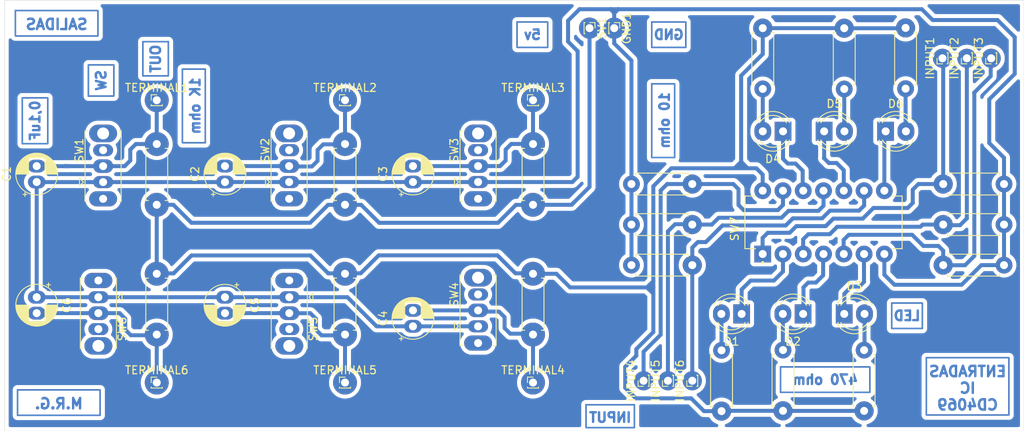
<source format=kicad_pcb>
(kicad_pcb (version 20240108) (generator "pcbnew") (generator_version "8.0")
  (layers (0 "F.Cu" signal) (31 "B.Cu" signal) (34 "B.Paste" user) (35 "F.Paste" user) (36 "B.SilkS" user "B.Silkscreen") (37 "F.SilkS" user "F.Silkscreen") (38 "B.Mask" user) (39 "F.Mask" user) (44 "Edge.Cuts" user))
  (net 0 "")
  (net 1 "Net-(5V1-Pin_1)")
  (net 2 "Net-(SW1A-B)")
  (net 3 "Net-(GND1-Pin_1)")
  (net 4 "Net-(SW2A-B)")
  (net 5 "Net-(SW3A-B)")
  (net 6 "Net-(SW4A-B)")
  (net 7 "Net-(SW5A-B)")
  (net 8 "Net-(D1-A)")
  (net 9 "Net-(D1-K)")
  (net 10 "Net-(D2-K)")
  (net 11 "Net-(D2-A)")
  (net 12 "Net-(D3-A)")
  (net 13 "Net-(D3-K)")
  (net 14 "Net-(D4-A)")
  (net 15 "Net-(D4-K)")
  (net 16 "Net-(D5-A)")
  (net 17 "Net-(D5-K)")
  (net 18 "Net-(D6-A)")
  (net 19 "Net-(D6-K)")
  (net 20 "Net-(INPUT1-Pin_1)")
  (net 21 "Net-(INPUT2-Pin_1)")
  (net 22 "Net-(INPUT3-Pin_1)")
  (net 23 "Net-(INPUT4-Pin_1)")
  (net 24 "Net-(INPUT5-Pin_1)")
  (net 25 "Net-(INPUT6-Pin_1)")
  (net 31 "Net-(SW6A-B)")
  (footprint "Library:PinHeader_1x01_P1.00mm_VerticalPAD2.5mm" (layer "F.Cu") (at 100.97 22.835 -90)
    (property "Reference" "GND1")
    (property "Value" "~")
  )
  (footprint "Library:SW_Slide_SPDT_Straight_CK_OS102011MS2QPADGRANDE" (layer "F.Cu") (at 36.95 42.14 90)
    (property "Reference" "SW1")
    (property "Value" "SW_DPDT_x2")
  )
  (footprint "Library:LED_D4.0mmPAD2,4mm" (layer "F.Cu") (at 116.935 58.675 180)
    (property "Reference" "D1")
    (property "Value" "LED")
  )
  (footprint "Library:R_Axial_DIN0207_L6.3mm_D2.5mm_P7.62mm_HorizontalPAD2.5mm" (layer "F.Cu") (at 67.250493 53.64 -90)
    (property "Reference" "R5" (hide yes))
    (property "Value" "1K OHM" (hide yes))
  )
  (footprint "Library:SW_Slide_SPDT_Straight_CK_OS102011MS2QPADGRANDE" (layer "F.Cu") (at 60.27 56.58 -90)
    (property "Reference" "SW5")
    (property "Value" "SW_DPDT_x2")
  )
  (footprint "Library:PinHeader_1x01_P1.00mm_VerticalPAD2.5mm" (layer "F.Cu") (at 145.1425 26.615 90)
    (property "Reference" "INPUT2")
    (property "Value" "~")
  )
  (footprint "Library:LED_D4.0mmPAD2,4mm" (layer "F.Cu") (at 134.97 35.775)
    (property "Reference" "D6")
    (property "Value" "LED")
  )
  (footprint "Library:R_Axial_DIN0207_L6.3mm_D2.5mm_P7.62mm_HorizontalPAD2.5mm" (layer "F.Cu") (at 110.75 52.555 180)
    (property "Reference" "R18" (hide yes))
    (property "Value" "10 OHM" (hide yes))
  )
  (footprint "Library:SW_Slide_SPDT_Straight_CK_OS102011MS2QPADGRANDE" (layer "F.Cu") (at 83.92 60.230224 90)
    (property "Reference" "SW4")
    (property "Value" "SW_DPDT_x2")
  )
  (footprint "Library:R_Axial_DIN0207_L6.3mm_D2.5mm_P7.62mm_HorizontalPAD2.5mm" (layer "F.Cu") (at 43.667693 53.64 -90)
    (property "Reference" "R6" (hide yes))
    (property "Value" "1K OHM" (hide yes))
  )
  (footprint "Library:CP_Radial_D5.0mm_P2.00mmPAD2.2mm" (layer "F.Cu") (at 52.213693 56.58 -90)
    (property "Reference" "C5")
    (property "Value" "0.1uF")
  )
  (footprint "Library:PinHeader_1x01_P1.00mm_VerticalPAD2.5mm" (layer "F.Cu") (at 97.88 22.835 -90)
    (property "Reference" "5V1")
    (property "Value" "~")
  )
  (footprint "Library:SW_Slide_SPDT_Straight_CK_OS102011MS2QPADGRANDE" (layer "F.Cu") (at 60.25 42.133859 90)
    (property "Reference" "SW2")
    (property "Value" "SW_DPDT_x2")
  )
  (footprint "Library:PinHeader_1x01_P1.00mm_VerticalPAD2.5mm" (layer "F.Cu") (at 67.250493 31.870346)
    (property "Reference" "TERMINAL2")
    (property "Value" "Out 5V/0V")
  )
  (footprint "Library:R_Axial_DIN0207_L6.3mm_D2.5mm_P7.62mm_HorizontalPAD2.5mm" (layer "F.Cu") (at 132.275 70.835 90)
    (property "Reference" "R11" (hide yes))
    (property "Value" "470 OHM" (hide yes))
  )
  (footprint "Library:LED_D4.0mmPAD2,4mm" (layer "F.Cu") (at 127.27 35.775)
    (property "Reference" "D5")
    (property "Value" "LED")
  )
  (footprint "Library:PinHeader_1x01_P1.00mm_VerticalPAD2.5mm" (layer "F.Cu") (at 148.1925 26.615 90)
    (property "Reference" "INPUT3")
    (property "Value" "~")
  )
  (footprint "Library:CP_Radial_D5.0mm_P2.00mmPAD2.2mm" (layer "F.Cu") (at 28.630893 42.133859 90)
    (property "Reference" "C1")
    (property "Value" "0.1uF")
  )
  (footprint "Library:R_Axial_DIN0207_L6.3mm_D2.5mm_P7.62mm_HorizontalPAD2.5mm" (layer "F.Cu") (at 67.250493 44.988746 90)
    (property "Reference" "R2" (hide yes))
    (property "Value" "1K OHM" (hide yes))
  )
  (footprint "Library:R_Axial_DIN0207_L6.3mm_D2.5mm_P7.62mm_HorizontalPAD2.5mm" (layer "F.Cu") (at 90.800493 44.988746 90)
    (property "Reference" "R3" (hide yes))
    (property "Value" "1K OHM" (hide yes))
  )
  (footprint "Library:R_Axial_DIN0207_L6.3mm_D2.5mm_P7.62mm_HorizontalPAD2.5mm" (layer "F.Cu") (at 142.18 42.385)
    (property "Reference" "R8" (hide yes))
    (property "Value" "10 OHM" (hide yes))
  )
  (footprint "Library:CP_Radial_D5.0mm_P2.00mmPAD2.2mm" (layer "F.Cu") (at 75.763693 42.133859 90)
    (property "Reference" "C3")
    (property "Value" "0.1uF")
  )
  (footprint "Library:PinHeader_1x01_P1.00mm_VerticalPAD2.5mm" (layer "F.Cu") (at 104.65 67.055 90)
    (property "Reference" "INPUT4")
    (property "Value" "~")
  )
  (footprint "Library:DIP794W45P254L1969H508Q14PAD2.1mm" (layer "F.Cu") (at 127.19 47.19 90)
    (property "Reference" "SW7")
    (property "Value" "SW_DIP_x07")
  )
  (footprint "Library:PinHeader_1x01_P1.00mm_VerticalPAD2.5mm" (layer "F.Cu") (at 67.250493 67.285113)
    (property "Reference" "TERMINAL5")
    (property "Value" "Out 5V/0V")
  )
  (footprint "Library:R_Axial_DIN0207_L6.3mm_D2.5mm_P7.62mm_HorizontalPAD2.5mm" (layer "F.Cu") (at 110.75 42.385 180)
    (property "Reference" "R14" (hide yes))
    (property "Value" "10 OHM" (hide yes))
  )
  (footprint "Library:R_Axial_DIN0207_L6.3mm_D2.5mm_P7.62mm_HorizontalPAD2.5mm" (layer "F.Cu") (at 142.18 52.555)
    (property "Reference" "R12" (hide yes))
    (property "Value" "10 OHM" (hide yes))
  )
  (footprint "Library:SW_Slide_SPDT_Straight_CK_OS102011MS2QPADGRANDE" (layer "F.Cu") (at 83.92 42.133859 90)
    (property "Reference" "SW3")
    (property "Value" "SW_DPDT_x2")
  )
  (footprint "Library:R_Axial_DIN0207_L6.3mm_D2.5mm_P7.62mm_HorizontalPAD2.5mm" (layer "F.Cu") (at 90.800493 53.64 -90)
    (property "Reference" "R4" (hide yes))
    (property "Value" "1K OHM" (hide yes))
  )
  (footprint "Library:CP_Radial_D5.0mm_P2.00mmPAD2.2mm" (layer "F.Cu") (at 52.213693 42.133859 90)
    (property "Reference" "C2")
    (property "Value" "0.1uF")
  )
  (footprint "Library:CP_Radial_D5.0mm_P2.00mmPAD2.2mm" (layer "F.Cu") (at 28.630893 56.58 -90)
    (property "Reference" "C6")
    (property "Value" "0.1uF")
  )
  (footprint "Library:R_Axial_DIN0207_L6.3mm_D2.5mm_P7.62mm_HorizontalPAD2.5mm" (layer "F.Cu") (at 43.667693 44.988746 90)
    (property "Reference" "R1" (hide yes))
    (property "Value" "1K OHM" (hide yes))
  )
  (footprint "Library:PinHeader_1x01_P1.00mm_VerticalPAD2.5mm" (layer "F.Cu") (at 90.800493 67.285113)
    (property "Reference" "TERMINAL4")
    (property "Value" "Out 5V/0V")
  )
  (footprint "Library:PinHeader_1x01_P1.00mm_VerticalPAD2.5mm" (layer "F.Cu") (at 43.667693 31.870346)
    (property "Reference" "TERMINAL1")
    (property "Value" "Out 5V/0V")
  )
  (footprint "Library:PinHeader_1x01_P1.00mm_VerticalPAD2.5mm" (layer "F.Cu") (at 43.667693 67.285113)
    (property "Reference" "TERMINAL6")
    (property "Value" "Out 5V/0V")
  )
  (footprint "Library:PinHeader_1x01_P1.00mm_VerticalPAD2.5mm" (layer "F.Cu") (at 107.7 67.055 90)
    (property "Reference" "INPUT5")
    (property "Value" "~")
  )
  (footprint "Library:R_Axial_DIN0207_L6.3mm_D2.5mm_P7.62mm_HorizontalPAD2.5mm" (layer "F.Cu") (at 142.18 47.47)
    (property "Reference" "R10" (hide yes))
    (property "Value" "10 OHM" (hide yes))
  )
  (footprint "Library:SW_Slide_SPDT_Straight_CK_OS102011MS2QPADGRANDE" (layer "F.Cu") (at 36.355 56.58 -90)
    (property "Reference" "SW6")
    (property "Value" "SW_DPDT_x2")
  )
  (footprint "Library:LED_D4.0mmPAD2,4mm" (layer "F.Cu") (at 122.12 35.775 180)
    (property "Reference" "D4")
    (property "Value" "LED")
  )
  (footprint "Library:LED_D4.0mmPAD2,4mm" (layer "F.Cu") (at 124.635 58.675 180)
    (property "Reference" "D2")
    (property "Value" "LED")
  )
  (footprint "Library:PinHeader_1x01_P1.00mm_VerticalPAD2.5mm" (layer "F.Cu") (at 90.800493 31.870346)
    (property "Reference" "TERMINAL3")
    (property "Value" "Out 5V/0V")
  )
  (footprint "Library:R_Axial_DIN0207_L6.3mm_D2.5mm_P7.62mm_HorizontalPAD2.5mm" (layer "F.Cu") (at 114.415 70.865 90)
    (property "Reference" "R7" (hide yes))
    (property "Value" "470 OHM" (hide yes))
  )
  (footprint "Library:CP_Radial_D5.0mm_P2.00mmPAD2.2mm" (layer "F.Cu") (at 75.763693 60.230224 90)
    (property "Reference" "C4")
    (property "Value" "0.1uF")
  )
  (footprint "Library:PinHeader_1x01_P1.00mm_VerticalPAD2.5mm" (layer "F.Cu") (at 142.0925 26.615 90)
    (property "Reference" "INPUT1")
    (property "Value" "~")
  )
  (footprint "Library:R_Axial_DIN0207_L6.3mm_D2.5mm_P7.62mm_HorizontalPAD2.5mm" (layer "F.Cu") (at 129.785 22.845 -90)
    (property "Reference" "R15" (hide yes))
    (property "Value" "470 OHM" (hide yes))
  )
  (footprint "Library:R_Axial_DIN0207_L6.3mm_D2.5mm_P7.62mm_HorizontalPAD2.5mm" (layer "F.Cu") (at 137.47 22.805 -90)
    (property "Reference" "R17" (hide yes))
    (property "Value" "470 OHM" (hide yes))
  )
  (footprint "Library:LED_D4.0mmPAD2,4mm" (layer "F.Cu") (at 129.785 58.675)
    (property "Reference" "D3")
    (property "Value" "LED")
  )
  (footprint "Library:R_Axial_DIN0207_L6.3mm_D2.5mm_P7.62mm_HorizontalPAD2.5mm" (layer "F.Cu") (at 119.58 22.835 -90)
    (property "Reference" "R13" (hide yes))
    (property "Value" "470 OHM" (hide yes))
  )
  (footprint "Library:PinHeader_1x01_P1.00mm_VerticalPAD2.5mm" (layer "F.Cu") (at 110.75 67.055 90)
    (property "Reference" "INPUT6")
    (property "Value" "~")
  )
  (footprint "Library:R_Axial_DIN0207_L6.3mm_D2.5mm_P7.62mm_HorizontalPAD2.5mm" (layer "F.Cu") (at 122.115 70.825 90)
    (property "Reference" "R9" (hide yes))
    (property "Value" "470 OHM" (hide yes))
  )
  (footprint "Library:R_Axial_DIN0207_L6.3mm_D2.5mm_P7.62mm_HorizontalPAD2.5mm" (layer "F.Cu") (at 110.75 47.47 180)
    (property "Reference" "R16" (hide yes))
    (property "Value" "10 OHM" (hide yes))
  )
  (gr_line (start 24.62 19.33) (end 152.3 19.33) (stroke (width 0.05)) (layer "Edge.Cuts"))
  (gr_line (start 152.3 19.33) (end 152.3 73.37) (stroke (width 0.05)) (layer "Edge.Cuts"))
  (gr_line (start 24.62 73.37) (end 24.62 19.33) (stroke (width 0.05)) (layer "Edge.Cuts"))
  (gr_line (start 24.62 73.37) (end 152.3 73.37) (stroke (width 0.05)) (layer "Edge.Cuts"))
  (gr_text_box "470 ohm" (start 121.805 65.32) (end 132.995 68.51) (layer "B.Cu") (effects (font (size 1.2 1.2) (thickness 0.3) (bold yes)) (justify top mirror)) (border yes) (stroke (width 0.2)))
  (gr_text_box "10 ohm" (start 105.67 29.82) (end 108.54 39.06) (angle 90) (layer "B.Cu") (effects (font (size 1.2 1.2) (thickness 0.3) (bold yes)) (justify left top mirror)) (border yes) (stroke (width 0.2)))
  (gr_text_box "1K ohm" (start 46.88 27.97) (end 49.75 37.21) (angle 90) (layer "B.Cu") (effects (font (size 1.2 1.2) (thickness 0.3) (bold yes)) (justify left top mirror)) (border yes) (stroke (width 0.2)))
  (gr_text_box "M.R.G." (start 26.23 68.2) (end 36.57 71.39) (layer "B.Cu") (effects (font (size 1.3 1.3) (thickness 0.3) (bold yes)) (justify top mirror)) (border yes) (stroke (width 0.2)))
  (gr_text_box "SALIDAS" (start 25.96 20.63) (end 36.3 23.82) (layer "B.Cu") (effects (font (size 1.3 1.3) (thickness 0.3) (bold yes)) (justify top mirror)) (border yes) (stroke (width 0.2)))
  (gr_text_box "5v" (start 88.8 22.06) (end 92.64 25.25) (layer "B.Cu") (effects (font (size 1.2 1.2) (thickness 0.3) (bold yes)) (justify top mirror)) (border yes) (stroke (width 0.2)))
  (gr_text_box "LED" (start 135.73 57.31) (end 139.57 60.5) (layer "B.Cu") (effects (font (size 1.2 1.2) (thickness 0.3) (bold yes)) (justify top mirror)) (border yes) (stroke (width 0.2)))
  (gr_text_box "0,1uF" (start 26.825 37.3204) (end 30.015 31.575) (angle 90) (layer "B.Cu") (effects (font (size 1.2 1.2) (thickness 0.3) (bold yes)) (justify top mirror)) (border yes) (stroke (width 0.2)))
  (gr_text_box "GND" (start 105.67 22.06) (end 109.94 25.25) (layer "B.Cu") (effects (font (size 1.2 1.2) (thickness 0.3) (bold yes)) (justify top mirror)) (border yes) (stroke (width 0.2)))
  (gr_text_box "ENTRADAS\nIC CD4069" (start 140.07 64.16) (end 150.41 71.35) (layer "B.Cu") (effects (font (size 1.3 1.3) (thickness 0.3) (bold yes)) (justify top mirror)) (border yes) (stroke (width 0.2)))
  (gr_text_box "SW" (start 35.105 31.35) (end 38.295 27.4446) (angle 90) (layer "B.Cu") (effects (font (size 1.2 1.2) (thickness 0.3) (bold yes)) (justify top mirror)) (border yes) (stroke (width 0.2)))
  (gr_text_box "INPUT" (start 97.44 70.065) (end 103.5 72.935) (layer "B.Cu") (effects (font (size 1.2 1.2) (thickness 0.3) (bold yes)) (justify top mirror)) (border yes) (stroke (width 0.2)))
  (gr_text_box "OUT" (start 41.93 28.8227) (end 45.12 24.5273) (angle 90) (layer "B.Cu") (effects (font (size 1.2 1.2) (thickness 0.3) (bold yes)) (justify top mirror)) (border yes) (stroke (width 0.2)))
  (segment (start 112.215 70.865) (end 114.415 70.865) (width 0.5) (layer "B.Cu") (net 1))
  (segment (start 90.72 53.58) (end 88.6 53.58) (width 0.5) (layer "B.Cu") (net 1))
  (segment (start 48.010493 47.248746) (end 45.750493 44.988746) (width 0.5) (layer "B.Cu") (net 1))
  (segment (start 129.825 22.805) (end 129.785 22.845) (width 0.5) (layer "B.Cu") (net 1))
  (segment (start 105.87 54.56) (end 105.87 42.66) (width 0.5) (layer "B.Cu") (net 1))
  (segment (start 102.35 65.31) (end 102.35 67.94) (width 0.5) (layer "B.Cu") (net 1))
  (segment (start 103.74 63.08) (end 103.74 63.92) (width 0.5) (layer "B.Cu") (net 1))
  (segment (start 90.800493 44.988746) (end 95.631254 44.988746) (width 0.5) (layer "B.Cu") (net 1))
  (segment (start 116.82 39.93) (end 117.015 39.735) (width 0.5) (layer "B.Cu") (net 1))
  (segment (start 119.58 26.08) (end 119.58 22.835) (width 0.5) (layer "B.Cu") (net 1))
  (segment (start 116.05 40.41) (end 116.87 39.59) (width 0.5) (layer "B.Cu") (net 1))
  (segment (start 103.74 63.92) (end 102.35 65.31) (width 0.5) (layer "B.Cu") (net 1))
  (segment (start 62.9 51.34) (end 48.04 51.34) (width 0.5) (layer "B.Cu") (net 1))
  (segment (start 43.44 45.216439) (end 43.667693 44.988746) (width 0.5) (layer "B.Cu") (net 1))
  (segment (start 119.57 41.2) (end 119.57 43.22) (width 0.5) (layer "B.Cu") (net 1))
  (segment (start 122.125 70.835) (end 122.115 70.825) (width 0.5) (layer "B.Cu") (net 1))
  (segment (start 116.87 28.79) (end 119.58 26.08) (width 0.5) (layer "B.Cu") (net 1))
  (segment (start 114.455 70.825) (end 114.415 70.865) (width 0.5) (layer "B.Cu") (net 1))
  (segment (start 95.63 44.99) (end 95.88 44.74) (width 0.5) (layer "B.Cu") (net 1))
  (segment (start 105.415 55.015) (end 105.87 54.56) (width 0.5) (layer "B.Cu") (net 1))
  (segment (start 116.87 39.59) (end 116.87 28.79) (width 0.5) (layer "B.Cu") (net 1))
  (segment (start 88.660493 44.998746) (end 86.410493 47.248746) (width 0.5) (layer "B.Cu") (net 1))
  (segment (start 105.87 60.95) (end 103.74 63.08) (width 0.5) (layer "B.Cu") (net 1))
  (segment (start 93.73 53.64) (end 90.800493 53.64) (width 0.5) (layer "B.Cu") (net 1))
  (segment (start 69.280493 44.998746) (end 67.197693 44.998746) (width 0.5) (layer "B.Cu") (net 1))
  (segment (start 105.865 56.135) (end 105.355 55.625) (width 0.5) (layer "B.Cu") (net 1))
  (segment (start 71.540493 47.258746) (end 69.280493 44.998746) (width 0.5) (layer "B.Cu") (net 1))
  (segment (start 105.355 55.075) (end 105.415 55.015) (width 0.5) (layer "B.Cu") (net 1))
  (segment (start 105.85 55.35) (end 105.87 55.33) (width 0.5) (layer "B.Cu") (net 1))
  (segment (start 105.355 55.625) (end 105.355 55.075) (width 0.5) (layer "B.Cu") (net 1))
  (segment (start 118.78 40.41) (end 119.57 41.2) (width 0.5) (layer "B.Cu") (net 1))
  (segment (start 67.250493 44.988746) (end 65.130493 44.988746) (width 0.5) (layer "B.Cu") (net 1))
  (segment (start 105.355 55.625) (end 105.075 55.345) (width 0.5) (layer "B.Cu") (net 1))
  (segment (start 129.775 22.835) (end 129.785 22.845) (width 0.5) (layer "B.Cu") (net 1))
  (segment (start 95.44 55.35) (end 93.73 53.64) (width 0.5) (layer "B.Cu") (net 1))
  (segment (start 108.12 40.41) (end 116.05 40.41) (width 0.5) (layer "B.Cu") (net 1))
  (segment (start 67.27 53.59) (end 65.15 53.59) (width 0.5) (layer "B.Cu") (net 1))
  (segment (start 71.48 51.32) (end 69.22 53.58) (width 0.5) (layer "B.Cu") (net 1))
  (segment (start 122.075 70.865) (end 122.115 70.825) (width 0.5) (layer "B.Cu") (net 1))
  (segment (start 103.67 69.26) (end 110.61 69.26) (width 0.5) (layer "B.Cu") (net 1))
  (segment (start 119.58 22.835) (end 129.775 22.835) (width 0.5) (layer "B.Cu") (net 1))
  (segment (start 45.77 53.59) (end 43.6872 53.59) (width 0.5) (layer "B.Cu") (net 1))
  (segment (start 105.87 55.33) (end 105.87 60.95) (width 0.5) (layer "B.Cu") (net 1))
  (segment (start 129.785 22.845) (end 137.43 22.845) (width 0.5) (layer "B.Cu") (net 1))
  (segment (start 65.15 53.59) (end 62.9 51.34) (width 0.5) (layer "B.Cu") (net 1))
  (segment (start 102.35 67.94) (end 103.67 69.26) (width 0.5) (layer "B.Cu") (net 1))
  (segment (start 116.82 40.41) (end 116.82 39.93) (width 0.5) (layer "B.Cu") (net 1))
  (segment (start 105.08 55.35) (end 95.44 55.35) (width 0.5) (layer "B.Cu") (net 1))
  (segment (start 116.82 40.41) (end 118.78 40.41) (width 0.5) (layer "B.Cu") (net 1))
  (segment (start 110.61 69.26) (end 112.215 70.865) (width 0.5) (layer "B.Cu") (net 1))
  (segment (start 116.05 40.41) (end 116.82 40.41) (width 0.5) (layer "B.Cu") (net 1))
  (segment (start 105.08 55.35) (end 105.85 55.35) (width 0.5) (layer "B.Cu") (net 1))
  (segment (start 90.780493 44.998746) (end 88.660493 44.998746) (width 0.5) (layer "B.Cu") (net 1))
  (segment (start 97.88 22.835) (end 97.88 42.74) (width 0.5) (layer "B.Cu") (net 1))
  (segment (start 43.667693 53.64) (end 43.667693 45.216439) (width 0.5) (layer "B.Cu") (net 1))
  (segment (start 116.87 39.59) (end 117.015 39.735) (width 0.5) (layer "B.Cu") (net 1))
  (segment (start 95.631254 44.988746) (end 95.88 44.74) (width 0.5) (layer "B.Cu") (net 1))
  (segment (start 105.87 42.66) (end 108.12 40.41) (width 0.5) (layer "B.Cu") (net 1))
  (segment (start 69.22 53.58) (end 67.1372 53.58) (width 0.5) (layer "B.Cu") (net 1))
  (segment (start 122.115 70.825) (end 114.455 70.825) (width 0.5) (layer "B.Cu") (net 1))
  (segment (start 45.750493 44.988746) (end 43.667693 44.988746) (width 0.5) (layer "B.Cu") (net 1))
  (segment (start 62.880493 47.238746) (end 48.020493 47.238746) (width 0.5) (layer "B.Cu") (net 1))
  (segment (start 44.27 54.47) (end 43.44 53.64) (width 0.5) (layer "B.Cu") (net 1))
  (segment (start 105.08 55.35) (end 105.415 55.015) (width 0.5) (layer "B.Cu") (net 1))
  (segment (start 88.6 53.58) (end 86.35 51.33) (width 0.5) (layer "B.Cu") (net 1))
  (segment (start 86.410493 47.248746) (end 71.550493 47.248746) (width 0.5) (layer "B.Cu") (net 1))
  (segment (start 129.795 22.855) (end 129.785 22.845) (width 0.5) (layer "B.Cu") (net 1))
  (segment (start 95.88 44.74) (end 97.88 42.74) (width 0.5) (layer "B.Cu") (net 1))
  (segment (start 105.87 54.56) (end 105.87 55.33) (width 0.5) (layer "B.Cu") (net 1))
  (segment (start 137.43 22.845) (end 137.47 22.805) (width 0.5) (layer "B.Cu") (net 1))
  (segment (start 86.35 51.33) (end 71.49 51.33) (width 0.5) (layer "B.Cu") (net 1))
  (segment (start 48.020493 47.238746) (end 48.010493 47.248746) (width 0.5) (layer "B.Cu") (net 1))
  (segment (start 48.03 51.33) (end 45.77 53.59) (width 0.5) (layer "B.Cu") (net 1))
  (segment (start 132.275 70.835) (end 122.125 70.835) (width 0.5) (layer "B.Cu") (net 1))
  (segment (start 65.130493 44.988746) (end 62.880493 47.238746) (width 0.5) (layer "B.Cu") (net 1))
  (segment (start 117.015 39.735) (end 117.69 40.41) (width 0.5) (layer "B.Cu") (net 1))
  (segment (start 40.35 39.44) (end 40.35 38.07) (width 0.5) (layer "B.Cu") (net 2))
  (segment (start 43.667693 31.870346) (end 43.667693 37.470346) (width 0.5) (layer "B.Cu") (net 2))
  (segment (start 39.65 40.14) (end 40.35 39.44) (width 0.5) (layer "B.Cu") (net 2))
  (segment (start 28.563126 40.133859) (end 28.630893 40.133859) (width 0.5) (layer "B.Cu") (net 2))
  (segment (start 36.95 40.14) (end 32.163859 40.14) (width 0.5) (layer "B.Cu") (net 2))
  (segment (start 43.625193 37.326246) (end 43.667693 37.368746) (width 0.5) (layer "B.Cu") (net 2))
  (segment (start 28.559267 40.13) (end 28.563126 40.133859) (width 0.5) (layer "B.Cu") (net 2))
  (segment (start 28.843693 40.143859) (end 32.16 40.143859) (width 0.5) (layer "B.Cu") (net 2))
  (segment (start 36.95 40.14) (end 39.65 40.14) (width 0.5) (layer "B.Cu") (net 2))
  (segment (start 41.051254 37.368746) (end 43.667693 37.368746) (width 0.5) (layer "B.Cu") (net 2))
  (segment (start 40.35 38.07) (end 41.051254 37.368746) (width 0.5) (layer "B.Cu") (net 2))
  (segment (start 32.16 40.143859) (end 32.716141 40.143859) (width 0.5) (layer "B.Cu") (net 2))
  (segment (start 32.163859 40.14) (end 32.16 40.143859) (width 0.5) (layer "B.Cu") (net 2))
  (segment (start 103.062039 42.452961) (end 103.13 42.385) (width 0.5) (layer "B.Cu") (net 3))
  (segment (start 67.56 56.58) (end 71.210224 60.230224) (width 0.5) (layer "B.Cu") (net 3))
  (segment (start 149.8 42.935) (end 149.8 48.02) (width 0.5) (layer "B.Cu") (net 3))
  (segment (start 103.13 42.385) (end 103.13 40.27) (width 0.5) (layer "B.Cu") (net 3))
  (segment (start 95.19 24.52) (end 96.39 25.72) (width 0.5) (layer "B.Cu") (net 3))
  (segment (start 148.99 21.82) (end 140.86 21.82) (width 0.5) (layer "B.Cu") (net 3))
  (segment (start 140.86 21.82) (end 139.5 20.46) (width 0.5) (layer "B.Cu") (net 3))
  (segment (start 134.81 53.76) (end 136.07 55.02) (width 0.5) (layer "B.Cu") (net 3))
  (segment (start 100.97 20.97) (end 100.97 22.835) (width 0.5) (layer "B.Cu") (net 3))
  (segment (start 52.213693 42.133859) (end 60.25 42.133859) (width 0.5) (layer "B.Cu") (net 3))
  (segment (start 60.25 42.133859) (end 75.763693 42.133859) (width 0.5) (layer "B.Cu") (net 3))
  (segment (start 139.5 20.46) (end 101.48 20.46) (width 0.5) (layer "B.Cu") (net 3))
  (segment (start 151.14 23.95) (end 151.12 23.95) (width 0.5) (layer "B.Cu") (net 3))
  (segment (start 101.48 20.46) (end 100.97 20.97) (width 0.5) (layer "B.Cu") (net 3))
  (segment (start 100.97 20.97) (end 100.97 20.92) (width 0.5) (layer "B.Cu") (net 3))
  (segment (start 103.135 40.835) (end 103.135 52.535) (width 0.5) (layer "B.Cu") (net 3))
  (segment (start 95.736141 42.133859) (end 96.39 41.48) (width 0.5) (layer "B.Cu") (net 3))
  (segment (start 52.207552 42.14) (end 52.213693 42.133859) (width 0.5) (layer "B.Cu") (net 3))
  (segment (start 100.97 20.92) (end 100.51 20.46) (width 0.5) (layer "B.Cu") (net 3))
  (segment (start 149.8 53.105) (end 149.8 48.02) (width 0.5) (layer "B.Cu") (net 3))
  (segment (start 100.97 24.745) (end 100.97 22.88) (width 0.5) (layer "B.Cu") (net 3))
  (segment (start 151.14 28.57) (end 151.14 23.95) (width 0.5) (layer "B.Cu") (net 3))
  (segment (start 36.95 42.14) (end 52.207552 42.14) (width 0.5) (layer "B.Cu") (net 3))
  (segment (start 83.92 42.133859) (end 95.736141 42.133859) (width 0.5) (layer "B.Cu") (net 3))
  (segment (start 151.12 23.95) (end 148.99 21.82) (width 0.5) (layer "B.Cu") (net 3))
  (segment (start 71.210224 60.230224) (end 75.763693 60.230224) (width 0.5) (layer "B.Cu") (net 3))
  (segment (start 101.485 25.255) (end 103.13 26.9) (width 0.5) (layer "B.Cu") (net 3))
  (segment (start 52.177552 42.17) (end 52.213693 42.133859) (width 0.5) (layer "B.Cu") (net 3))
  (segment (start 28.12 42.644752) (end 28.630893 42.133859) (width 0.5) (layer "B.Cu") (net 3))
  (segment (start 36.95 42.14) (end 28.637034 42.14) (width 0.5) (layer "B.Cu") (net 3))
  (segment (start 134.81 51.16) (end 134.81 53.76) (width 0.5) (layer "B.Cu") (net 3))
  (segment (start 96.39 25.72) (end 96.39 41.48) (width 0.5) (layer "B.Cu") (net 3))
  (segment (start 100.51 20.46) (end 96.62 20.46) (width 0.5) (layer "B.Cu") (net 3))
  (segment (start 28.637034 42.14) (end 28.630893 42.133859) (width 0.5) (layer "B.Cu") (net 3))
  (segment (start 136.07 55.02) (end 144.49 55.02) (width 0.5) (layer "B.Cu") (net 3))
  (segment (start 101.48 25.255) (end 100.97 24.745) (width 0.5) (layer "B.Cu") (net 3))
  (segment (start 149.8 39.09) (end 147.95 37.24) (width 0.5) (layer "B.Cu") (net 3))
  (segment (start 103.13 40.27) (end 103.13 26.9) (width 0.5) (layer "B.Cu") (net 3))
  (segment (start 147.95 37.24) (end 147.95 31.76) (width 0.5) (layer "B.Cu") (net 3))
  (segment (start 96.62 20.46) (end 95.19 21.89) (width 0.5) (layer "B.Cu") (net 3))
  (segment (start 101.48 20.46) (end 100.51 20.46) (width 0.5) (layer "B.Cu") (net 3))
  (segment (start 146.955 52.555) (end 144.49 55.02) (width 0.5) (layer "B.Cu") (net 3))
  (segment (start 75.763693 42.133859) (end 83.92 42.133859) (width 0.5) (layer "B.Cu") (net 3))
  (segment (start 147.95 31.76) (end 151.14 28.57) (width 0.5) (layer "B.Cu") (net 3))
  (segment (start 60.27 56.58) (end 67.56 56.58) (width 0.5) (layer "B.Cu") (net 3))
  (segment (start 75.763693 60.230224) (end 83.92 60.230224) (width 0.5) (layer "B.Cu") (net 3))
  (segment (start 149.8 52.555) (end 146.955 52.555) (width 0.5) (layer "B.Cu") (net 3))
  (segment (start 52.213693 56.58) (end 60.27 56.58) (width 0.5) (layer "B.Cu") (net 3))
  (segment (start 95.19 21.89) (end 95.19 24.52) (width 0.5) (layer "B.Cu") (net 3))
  (segment (start 28.630893 56.58) (end 36.355 56.58) (width 0.5) (layer "B.Cu") (net 3))
  (segment (start 28.630893 56.58) (end 28.630893 42.133859) (width 0.5) (layer "B.Cu") (net 3))
  (segment (start 101.48 25.255) (end 101.485 25.255) (width 0.5) (layer "B.Cu") (net 3))
  (segment (start 149.8 42.935) (end 149.8 39.09) (width 0.5) (layer "B.Cu") (net 3))
  (segment (start 52.213693 56.58) (end 36.355 56.58) (width 0.5) (layer "B.Cu") (net 3))
  (segment (start 60.412307 40.181254) (end 63.112307 40.181254) (width 0.5) (layer "B.Cu") (net 4))
  (segment (start 64.513561 37.41) (end 67.13 37.41) (width 0.5) (layer "B.Cu") (net 4))
  (segment (start 63.812307 38.111254) (end 64.513561 37.41) (width 0.5) (layer "B.Cu") (net 4))
  (segment (start 63.112307 40.181254) (end 63.812307 39.481254) (width 0.5) (layer "B.Cu") (net 4))
  (segment (start 63.812307 39.481254) (end 63.812307 38.111254) (width 0.5) (layer "B.Cu") (net 4))
  (segment (start 52.213693 40.133859) (end 60.25 40.133859) (width 0.5) (layer "B.Cu") (net 4))
  (segment (start 52.177552 40.17) (end 52.213693 40.133859) (width 0.5) (layer "B.Cu") (net 4))
  (segment (start 67.250493 31.870346) (end 67.250493 37.368746) (width 0.5) (layer "B.Cu") (net 4))
  (segment (start 67.207993 37.326246) (end 67.250493 37.368746) (width 0.5) (layer "B.Cu") (net 4))
  (segment (start 90.800493 31.870346) (end 90.800493 37.368746) (width 0.5) (layer "B.Cu") (net 5))
  (segment (start 83.972307 40.131254) (end 86.672307 40.131254) (width 0.5) (layer "B.Cu") (net 5))
  (segment (start 87.372307 38.061254) (end 88.073561 37.36) (width 0.5) (layer "B.Cu") (net 5))
  (segment (start 75.763693 40.133859) (end 83.92 40.133859) (width 0.5) (layer "B.Cu") (net 5))
  (segment (start 75.762334 40.1325) (end 75.763693 40.133859) (width 0.5) (layer "B.Cu") (net 5))
  (segment (start 88.073561 37.36) (end 90.69 37.36) (width 0.5) (layer "B.Cu") (net 5))
  (segment (start 86.672307 40.131254) (end 87.372307 39.431254) (width 0.5) (layer "B.Cu") (net 5))
  (segment (start 87.372307 39.431254) (end 87.372307 38.061254) (width 0.5) (layer "B.Cu") (net 5))
  (segment (start 90.64 61.15) (end 87.94 61.15) (width 0.5) (layer "B.Cu") (net 6))
  (segment (start 90.800493 61.26) (end 90.800493 67.285113) (width 0.5) (layer "B.Cu") (net 6))
  (segment (start 87.24 60.45) (end 87.24 59.08) (width 0.5) (layer "B.Cu") (net 6))
  (segment (start 75.763693 58.230224) (end 83.92 58.230224) (width 0.5) (layer "B.Cu") (net 6))
  (segment (start 86.538746 58.378746) (end 83.922307 58.378746) (width 0.5) (layer "B.Cu") (net 6))
  (segment (start 87.24 59.08) (end 86.538746 58.378746) (width 0.5) (layer "B.Cu") (net 6))
  (segment (start 87.94 61.15) (end 87.24 60.45) (width 0.5) (layer "B.Cu") (net 6))
  (segment (start 62.908746 58.588746) (end 60.292307 58.588746) (width 0.5) (layer "B.Cu") (net 7))
  (segment (start 67.250493 68.05) (end 67.250493 62.09) (width 0.5) (layer "B.Cu") (net 7))
  (segment (start 64.31 61.36) (end 63.61 60.66) (width 0.5) (layer "B.Cu") (net 7))
  (segment (start 67.01 61.36) (end 64.31 61.36) (width 0.5) (layer "B.Cu") (net 7))
  (segment (start 52.213693 58.58) (end 60.27 58.58) (width 0.5) (layer "B.Cu") (net 7))
  (segment (start 63.61 60.66) (end 63.61 59.29) (width 0.5) (layer "B.Cu") (net 7))
  (segment (start 63.61 59.29) (end 62.908746 58.588746) (width 0.5) (layer "B.Cu") (net 7))
  (segment (start 114.415 63.245) (end 114.415 58.695) (width 0.5) (layer "B.Cu") (net 8))
  (segment (start 114.415 58.695) (end 114.395 58.675) (width 0.5) (layer "B.Cu") (net 8))
  (segment (start 118.06 54.49) (end 120.98 54.49) (width 0.5) (layer "B.Cu") (net 9))
  (segment (start 122.11 53.36) (end 122.11 51.16) (width 0.5) (layer "B.Cu") (net 9))
  (segment (start 120.98 54.49) (end 122.11 53.36) (width 0.5) (layer "B.Cu") (net 9))
  (segment (start 116.935 55.615) (end 118.06 54.49) (width 0.5) (layer "B.Cu") (net 9))
  (segment (start 116.935 58.675) (end 116.935 55.615) (width 0.5) (layer "B.Cu") (net 9))
  (segment (start 126.24 54.74) (end 125.27 54.74) (width 0.5) (layer "B.Cu") (net 10))
  (segment (start 127.14 53.84) (end 126.24 54.74) (width 0.5) (layer "B.Cu") (net 10))
  (segment (start 125.27 54.74) (end 124.66 55.35) (width 0.5) (layer "B.Cu") (net 10))
  (segment (start 124.68 55.37) (end 124.68 58.715) (width 0.5) (layer "B.Cu") (net 10))
  (segment (start 127.14 51.27) (end 127.14 53.84) (width 0.5) (layer "B.Cu") (net 10))
  (segment (start 124.65 58.66) (end 124.635 58.675) (width 0.5) (layer "B.Cu") (net 10))
  (segment (start 122.095 63.185) (end 122.115 63.205) (width 0.5) (layer "B.Cu") (net 11))
  (segment (start 122.095 58.675) (end 122.095 63.185) (width 0.5) (layer "B.Cu") (net 11))
  (segment (start 132.325 58.675) (end 132.325 63.165) (width 0.5) (layer "B.Cu") (net 12))
  (segment (start 132.275 58.725) (end 132.325 58.675) (width 0.5) (layer "B.Cu") (net 12))
  (segment (start 132.325 63.165) (end 132.275 63.215) (width 0.5) (layer "B.Cu") (net 12))
  (segment (start 132.26 54.61) (end 132.26 51.265) (width 0.5) (layer "B.Cu") (net 13))
  (segment (start 129.73 58.62) (end 129.785 58.675) (width 0.5) (layer "B.Cu") (net 13))
  (segment (start 129.8 58.71) (end 129.8 56.14) (width 0.5) (layer "B.Cu") (net 13))
  (segment (start 129.865 58.745) (end 129.795 58.675) (width 0.5) (layer "B.Cu") (net 13))
  (segment (start 131.67 55.24) (end 132.28 54.63) (width 0.5) (layer "B.Cu") (net 13))
  (segment (start 130.7 55.24) (end 131.67 55.24) (width 0.5) (layer "B.Cu") (net 13))
  (segment (start 129.8 56.14) (end 130.7 55.24) (width 0.5) (layer "B.Cu") (net 13))
  (segment (start 119.58 35.775) (end 119.58 30.455) (width 0.5) (layer "B.Cu") (net 14))
  (segment (start 123.68 39.82) (end 122.71 39.82) (width 0.5) (layer "B.Cu") (net 15))
  (segment (start 122.71 39.82) (end 122.1 39.21) (width 0.5) (layer "B.Cu") (net 15))
  (segment (start 124.58 43.29) (end 124.58 40.72) (width 0.5) (layer "B.Cu") (net 15))
  (segment (start 124.58 40.72) (end 123.68 39.82) (width 0.5) (layer "B.Cu") (net 15))
  (segment (start 122.12 39.19) (end 122.12 35.845) (width 0.5) (layer "B.Cu") (net 15))
  (segment (start 129.785 30.465) (end 129.785 35.75) (width 0.5) (layer "B.Cu") (net 16))
  (segment (start 129.785 35.75) (end 129.81 35.775) (width 0.5) (layer "B.Cu") (net 16))
  (segment (start 127.86 39.75) (end 127.25 39.14) (width 0.5) (layer "B.Cu") (net 17))
  (segment (start 127.27 39.12) (end 127.27 35.775) (width 0.5) (layer "B.Cu") (net 17))
  (segment (start 129.73 43.22) (end 129.73 40.65) (width 0.5) (layer "B.Cu") (net 17))
  (segment (start 129.73 40.65) (end 128.83 39.75) (width 0.5) (layer "B.Cu") (net 17))
  (segment (start 128.83 39.75) (end 127.86 39.75) (width 0.5) (layer "B.Cu") (net 17))
  (segment (start 127.25 39.14) (end 127.27 39.12) (width 0.5) (layer "B.Cu") (net 17))
  (segment (start 137.47 35.735) (end 137.51 35.775) (width 0.5) (layer "B.Cu") (net 18))
  (segment (start 137.47 30.425) (end 137.47 35.735) (width 0.5) (layer "B.Cu") (net 18))
  (segment (start 134.81 43.22) (end 134.81 35.935) (width 0.5) (layer "B.Cu") (net 19))
  (segment (start 134.81 35.935) (end 134.97 35.775) (width 0.5) (layer "B.Cu") (net 19))
  (segment (start 138.3675 44.7475) (end 138.37 44.75) (width 0.5) (layer "B.Cu") (net 20))
  (segment (start 137.73 45.39) (end 133.44 45.39) (width 0.5) (layer "B.Cu") (net 20))
  (segment (start 142.18 42.935) (end 142.18 26.7025) (width 0.5) (layer "B.Cu") (net 20))
  (segment (start 138.3675 43.0925) (end 138.3675 44.7475) (width 0.5) (layer "B.Cu") (net 20))
  (segment (start 122.95 48.5) (end 120.2 48.5) (width 0.5) (layer "B.Cu") (net 20))
  (segment (start 128.41 46.72) (end 127.47 47.66) (width 0.5) (layer "B.Cu") (net 20))
  (segment (start 142.18 26.7025) (end 142.0925 26.615) (width 0.5) (layer "B.Cu") (net 20))
  (segment (start 120.2 48.5) (end 119.56 49.14) (width 0.5) (layer "B.Cu") (net 20))
  (segment (start 133.44 45.39) (end 132.11 46.72) (width 0.5) (layer "B.Cu") (net 20))
  (segment (start 142.18 42.385) (end 139.075 42.385) (width 0.5) (layer "B.Cu") (net 20))
  (segment (start 142.0925 42.8475) (end 142.18 42.935) (width 0.5) (layer "B.Cu") (net 20))
  (segment (start 139.075 42.385) (end 138.3675 43.0925) (width 0.5) (layer "B.Cu") (net 20))
  (segment (start 119.56 49.14) (end 119.56 50.93) (width 0.5) (layer "B.Cu") (net 20))
  (segment (start 138.37 44.75) (end 137.73 45.39) (width 0.5) (layer "B.Cu") (net 20))
  (segment (start 123.79 47.66) (end 122.95 48.5) (width 0.5) (layer "B.Cu") (net 20))
  (segment (start 132.11 46.72) (end 128.41 46.72) (width 0.5) (layer "B.Cu") (net 20))
  (segment (start 127.47 47.66) (end 123.79 47.66) (width 0.5) (layer "B.Cu") (net 20))
  (segment (start 127.97 48.68) (end 128.91 47.74) (width 0.5) (layer "B.Cu") (net 21))
  (segment (start 124.64 49.32) (end 125.28 48.68) (width 0.5) (layer "B.Cu") (net 21))
  (segment (start 142.175 47.55) (end 144.29 47.55) (width 0.5) (layer "B.Cu") (net 21))
  (segment (start 128.91 47.74) (end 139.34 47.74) (width 0.5) (layer "B.Cu") (net 21))
  (segment (start 139.34 47.74) (end 139.61 47.47) (width 0.5) (layer "B.Cu") (net 21))
  (segment (start 144.29 47.55) (end 145.1425 46.6975) (width 0.5) (layer "B.Cu") (net 21))
  (segment (start 124.64 51.11) (end 124.64 49.32) (width 0.5) (layer "B.Cu") (net 21))
  (segment (start 125.28 48.68) (end 127.97 48.68) (width 0.5) (layer "B.Cu") (net 21))
  (segment (start 145.1425 46.6975) (end 145.1425 26.615) (width 0.5) (layer "B.Cu") (net 21))
  (segment (start 139.61 47.47) (end 142.18 47.47) (width 0.5) (layer "B.Cu") (net 21))
  (segment (start 139.695 50.15) (end 138.295 48.75) (width 0.5) (layer "B.Cu") (net 22))
  (segment (start 141.59 50.15) (end 139.695 50.15) (width 0.5) (layer "B.Cu") (net 22))
  (segment (start 129.71 49.39) (end 130.35 48.75) (width 0.5) (layer "B.Cu") (net 22))
  (segment (start 146.08 51.41) (end 146.08 30.92) (width 0.5) (layer "B.Cu") (net 22))
  (segment (start 146.0725 30.9125) (end 148.13 28.855) (width 0.5) (layer "B.Cu") (net 22))
  (segment (start 144.92 52.57) (end 146.08 51.41) (width 0.5) (layer "B.Cu") (net 22))
  (segment (start 146.08 30.92) (end 146.0725 30.9125) (width 0.5) (layer "B.Cu") (net 22))
  (segment (start 142.18 52.555) (end 142.18 50.74) (width 0.5) (layer "B.Cu") (net 22))
  (segment (start 142.195 53.12) (end 142.18 53.105) (width 0.5) (layer "B.Cu") (net 22))
  (segment (start 148.13 28.855) (end 148.13 26.74) (width 0.5) (layer "B.Cu") (net 22))
  (segment (start 130.365 48.75) (end 138.295 48.75) (width 0.5) (layer "B.Cu") (net 22))
  (segment (start 142.18 50.74) (end 141.59 50.15) (width 0.5) (layer "B.Cu") (net 22))
  (segment (start 129.71 51.18) (end 129.71 49.39) (width 0.5) (layer "B.Cu") (net 22))
  (segment (start 142.155 52.57) (end 144.92 52.57) (width 0.5) (layer "B.Cu") (net 22))
  (segment (start 104.65 67.055) (end 104.65 63.42) (width 0.5) (layer "B.Cu") (net 23))
  (segment (start 121.47 45.65) (end 122.11 45.01) (width 0.5) (layer "B.Cu") (net 23))
  (segment (start 106.79 43.2) (end 107.605 42.385) (width 0.5) (layer "B.Cu") (net 23))
  (segment (start 116.54 45.01) (end 117.18 45.65) (width 0.5) (layer "B.Cu") (net 23))
  (segment (start 122.085 43.195) (end 122.11 43.22) (width 0.5) (layer "B.Cu") (net 23))
  (segment (start 110.75 42.385) (end 115.895 42.385) (width 0.5) (layer "B.Cu") (net 23))
  (segment (start 116.54 43.03) (end 116.54 45.01) (width 0.5) (layer "B.Cu") (net 23))
  (segment (start 115.895 42.385) (end 116.54 43.03) (width 0.5) (layer "B.Cu") (net 23))
  (segment (start 122.11 45.01) (end 122.11 43.22) (width 0.5) (layer "B.Cu") (net 23))
  (segment (start 117.18 45.65) (end 121.47 45.65) (width 0.5) (layer "B.Cu") (net 23))
  (segment (start 122.12 43.21) (end 122.11 43.22) (width 0.5) (layer "B.Cu") (net 23))
  (segment (start 104.65 63.42) (end 106.79 61.28) (width 0.5) (layer "B.Cu") (net 23))
  (segment (start 106.79 61.28) (end 106.79 43.2) (width 0.5) (layer "B.Cu") (net 23))
  (segment (start 107.605 42.385) (end 110.75 42.385) (width 0.5) (layer "B.Cu") (net 23))
  (segment (start 122.8 45.75) (end 121.94 46.61) (width 0.5) (layer "B.Cu") (net 24))
  (segment (start 110.7075 47.425) (end 108.5925 47.425) (width 0.5) (layer "B.Cu") (net 24))
  (segment (start 114.06 46.61) (end 113.19 47.48) (width 0.5) (layer "B.Cu") (net 24))
  (segment (start 113.19 47.48) (end 113.18 47.47) (width 0.5) (layer "B.Cu") (net 24))
  (segment (start 108.5925 47.425) (end 107.7 48.3175) (width 0.5) (layer "B.Cu") (net 24))
  (segment (start 121.94 46.61) (end 114.06 46.61) (width 0.5) (layer "B.Cu") (net 24))
  (segment (start 126.55 45.75) (end 122.8 45.75) (width 0.5) (layer "B.Cu") (net 24))
  (segment (start 127.19 43.32) (end 127.19 45.11) (width 0.5) (layer "B.Cu") (net 24))
  (segment (start 127.19 45.11) (end 126.55 45.75) (width 0.5) (layer "B.Cu") (net 24))
  (segment (start 107.7 48.3175) (end 107.7 67.055) (width 0.5) (layer "B.Cu") (net 24))
  (segment (start 113.18 47.47) (end 110.75 47.47) (width 0.5) (layer "B.Cu") (net 24))
  (segment (start 110.75 52.555) (end 110.75 67.055) (width 0.5) (layer "B.Cu") (net 25))
  (segment (start 122.46 47.58) (end 114.53 47.58) (width 0.5) (layer "B.Cu") (net 25))
  (segment (start 112.45 49.66) (end 111.45 49.66) (width 0.5) (layer "B.Cu") (net 25))
  (segment (start 110.75 50.36) (end 110.75 52.555) (width 0.5) (layer "B.Cu") (net 25))
  (segment (start 127.02 46.69) (end 123.35 46.69) (width 0.5) (layer "B.Cu") (net 25))
  (segment (start 123.35 46.69) (end 122.46 47.58) (width 0.5) (layer "B.Cu") (net 25))
  (segment (start 114.53 47.58) (end 112.45 49.66) (width 0.5) (layer "B.Cu") (net 25))
  (segment (start 132.28 43.29) (end 132.28 45.08) (width 0.5) (layer "B.Cu") (net 25))
  (segment (start 127.99 45.72) (end 127.02 46.69) (width 0.5) (layer "B.Cu") (net 25))
  (segment (start 111.45 49.66) (end 110.75 50.36) (width 0.5) (layer "B.Cu") (net 25))
  (segment (start 131.64 45.72) (end 127.99 45.72) (width 0.5) (layer "B.Cu") (net 25))
  (segment (start 132.28 45.08) (end 131.64 45.72) (width 0.5) (layer "B.Cu") (net 25))
  (segment (start 39.72 60.65) (end 39.72 59.28) (width 0.5) (layer "B.Cu") (net 31))
  (segment (start 43.12 61.35) (end 40.42 61.35) (width 0.5) (layer "B.Cu") (net 31))
  (segment (start 28.630893 58.58) (end 36.355 58.58) (width 0.5) (layer "B.Cu") (net 31))
  (segment (start 43.667693 61.26) (end 43.667693 67.285113) (width 0.5) (layer "B.Cu") (net 31))
  (segment (start 40.42 61.35) (end 39.72 60.65) (width 0.5) (layer "B.Cu") (net 31))
  (segment (start 39.018746 58.578746) (end 36.402307 58.578746) (width 0.5) (layer "B.Cu") (net 31))
  (segment (start 39.72 59.28) (end 39.018746 58.578746) (width 0.5) (layer "B.Cu") (net 31))
  (zone (net 0) (net_name "") (layer "B.Cu") (connect_pads (clearance 0.5)) (min_thickness 0.4) (fill yes (thermal_gap 0.5) (thermal_bridge_width 0.5) (island_removal_mode 1) (island_area_min 10))
    (polygon (pts (xy 152.29 73.36) (xy 152.29 19.34) (xy 24.62 19.34) (xy 24.62 73.36)))
  )
)
</source>
